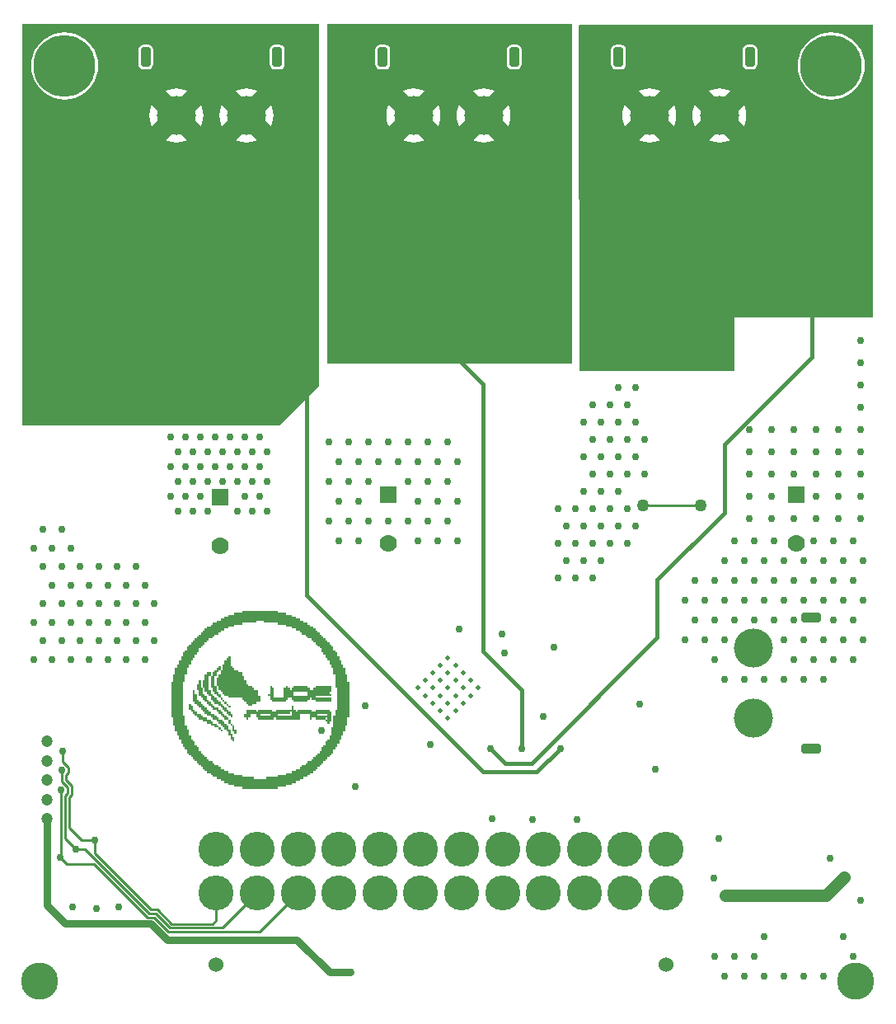
<source format=gbr>
%TF.GenerationSoftware,Altium Limited,Altium Designer,19.0.10 (269)*%
G04 Layer_Physical_Order=4*
G04 Layer_Color=16711680*
%FSLAX26Y26*%
%MOIN*%
%TF.FileFunction,Copper,L4,Bot,Signal*%
%TF.Part,Single*%
G01*
G75*
%TA.AperFunction,Conductor*%
%ADD29C,0.010000*%
%ADD31C,0.015000*%
%ADD32C,0.030000*%
%ADD33C,0.050000*%
%TA.AperFunction,ComponentPad*%
%ADD36C,0.047244*%
%TA.AperFunction,ViaPad*%
%ADD37C,0.150000*%
%ADD38C,0.250000*%
%TA.AperFunction,ComponentPad*%
G04:AMPARAMS|DCode=39|XSize=39.37mil|YSize=78.74mil|CornerRadius=9.842mil|HoleSize=0mil|Usage=FLASHONLY|Rotation=0.000|XOffset=0mil|YOffset=0mil|HoleType=Round|Shape=RoundedRectangle|*
%AMROUNDEDRECTD39*
21,1,0.039370,0.059055,0,0,0.0*
21,1,0.019685,0.078740,0,0,0.0*
1,1,0.019685,0.009843,-0.029528*
1,1,0.019685,-0.009843,-0.029528*
1,1,0.019685,-0.009843,0.029528*
1,1,0.019685,0.009843,0.029528*
%
%ADD39ROUNDEDRECTD39*%
%ADD40C,0.157480*%
%ADD41C,0.070000*%
%ADD42R,0.070000X0.070000*%
G04:AMPARAMS|DCode=43|XSize=39.37mil|YSize=78.74mil|CornerRadius=9.842mil|HoleSize=0mil|Usage=FLASHONLY|Rotation=270.000|XOffset=0mil|YOffset=0mil|HoleType=Round|Shape=RoundedRectangle|*
%AMROUNDEDRECTD43*
21,1,0.039370,0.059055,0,0,270.0*
21,1,0.019685,0.078740,0,0,270.0*
1,1,0.019685,-0.029528,-0.009843*
1,1,0.019685,-0.029528,0.009843*
1,1,0.019685,0.029528,0.009843*
1,1,0.019685,0.029528,-0.009843*
%
%ADD43ROUNDEDRECTD43*%
%ADD44C,0.141732*%
%ADD45C,0.060000*%
%TA.AperFunction,ViaPad*%
%ADD46C,0.030000*%
%ADD47C,0.019685*%
%ADD48C,0.050000*%
G36*
X503000Y597000D02*
X-489429D01*
Y1966196D01*
X-486376Y1969742D01*
X503000D01*
Y597000D01*
D02*
G37*
G36*
X1719742Y784000D02*
X1159000D01*
Y566000D01*
X531000D01*
X530009Y1962666D01*
X533543Y1966203D01*
X1719742D01*
Y784000D01*
D02*
G37*
G36*
X-522000Y507000D02*
X-681000Y348000D01*
X-1719742Y348000D01*
Y1969742D01*
X-522000D01*
Y507000D01*
D02*
G37*
G36*
X-687000Y-411000D02*
X-655000D01*
Y-419000D01*
X-631000D01*
Y-427000D01*
X-615000D01*
Y-435000D01*
X-599000D01*
Y-443000D01*
X-583000D01*
Y-451000D01*
X-567000D01*
Y-459000D01*
X-559000D01*
Y-467000D01*
X-543000D01*
Y-475000D01*
X-535000D01*
Y-483000D01*
X-527000D01*
Y-491000D01*
X-519000D01*
Y-499000D01*
X-511000D01*
Y-507000D01*
X-503000D01*
Y-515000D01*
X-495000D01*
Y-523000D01*
X-487000D01*
Y-531000D01*
X-479000D01*
Y-539000D01*
X-471000D01*
Y-547000D01*
X-463000D01*
Y-555000D01*
Y-563000D01*
X-455000D01*
Y-571000D01*
X-447000D01*
Y-579000D01*
Y-587000D01*
X-439000D01*
Y-595000D01*
Y-603000D01*
X-431000D01*
Y-611000D01*
Y-619000D01*
X-423000D01*
Y-627000D01*
Y-635000D01*
X-415000D01*
Y-643000D01*
Y-651000D01*
Y-659000D01*
X-407000D01*
Y-667000D01*
Y-675000D01*
Y-683000D01*
Y-691000D01*
X-399000D01*
Y-699000D01*
Y-707000D01*
Y-715000D01*
Y-723000D01*
Y-731000D01*
Y-739000D01*
Y-747000D01*
Y-755000D01*
Y-763000D01*
Y-771000D01*
Y-779000D01*
Y-787000D01*
Y-795000D01*
Y-803000D01*
Y-811000D01*
Y-819000D01*
Y-827000D01*
Y-835000D01*
X-407000D01*
Y-843000D01*
Y-851000D01*
Y-859000D01*
Y-867000D01*
X-415000D01*
Y-875000D01*
Y-883000D01*
Y-891000D01*
X-423000D01*
Y-899000D01*
Y-907000D01*
X-431000D01*
Y-915000D01*
Y-923000D01*
X-439000D01*
Y-931000D01*
Y-939000D01*
X-447000D01*
Y-947000D01*
Y-955000D01*
X-455000D01*
Y-963000D01*
X-463000D01*
Y-971000D01*
Y-979000D01*
X-471000D01*
Y-987000D01*
X-479000D01*
Y-995000D01*
X-487000D01*
Y-1003000D01*
X-495000D01*
Y-1011000D01*
X-503000D01*
Y-1019000D01*
X-511000D01*
Y-1027000D01*
X-519000D01*
Y-1035000D01*
X-527000D01*
Y-1043000D01*
X-535000D01*
Y-1051000D01*
X-543000D01*
Y-1059000D01*
X-559000D01*
Y-1067000D01*
X-567000D01*
Y-1075000D01*
X-583000D01*
Y-1083000D01*
X-599000D01*
Y-1091000D01*
X-615000D01*
Y-1099000D01*
X-631000D01*
Y-1107000D01*
X-655000D01*
Y-1115000D01*
X-687000D01*
Y-1123000D01*
X-831000D01*
Y-1115000D01*
X-863000D01*
Y-1107000D01*
X-887000D01*
Y-1099000D01*
X-903000D01*
Y-1091000D01*
X-919000D01*
Y-1083000D01*
X-935000D01*
Y-1075000D01*
X-951000D01*
Y-1067000D01*
X-959000D01*
Y-1059000D01*
X-975000D01*
Y-1051000D01*
X-983000D01*
Y-1043000D01*
X-991000D01*
Y-1035000D01*
X-999000D01*
Y-1027000D01*
X-1007000D01*
Y-1019000D01*
X-1015000D01*
Y-1011000D01*
X-1023000D01*
Y-1003000D01*
X-1031000D01*
Y-995000D01*
X-1039000D01*
Y-987000D01*
X-1047000D01*
Y-979000D01*
X-1055000D01*
Y-971000D01*
Y-963000D01*
X-1063000D01*
Y-955000D01*
X-1071000D01*
Y-947000D01*
Y-939000D01*
X-1079000D01*
Y-931000D01*
Y-923000D01*
X-1087000D01*
Y-915000D01*
Y-907000D01*
X-1095000D01*
Y-899000D01*
Y-891000D01*
X-1103000D01*
Y-883000D01*
Y-875000D01*
Y-867000D01*
X-1111000D01*
Y-859000D01*
Y-851000D01*
Y-843000D01*
Y-835000D01*
X-1119000D01*
Y-827000D01*
Y-819000D01*
Y-811000D01*
Y-803000D01*
Y-795000D01*
Y-787000D01*
Y-779000D01*
Y-771000D01*
Y-763000D01*
Y-755000D01*
Y-747000D01*
Y-739000D01*
Y-731000D01*
Y-723000D01*
Y-715000D01*
Y-707000D01*
Y-699000D01*
Y-691000D01*
X-1111000D01*
Y-683000D01*
Y-675000D01*
Y-667000D01*
Y-659000D01*
X-1103000D01*
Y-651000D01*
Y-643000D01*
Y-635000D01*
X-1095000D01*
Y-627000D01*
Y-619000D01*
X-1087000D01*
Y-611000D01*
Y-603000D01*
X-1079000D01*
Y-595000D01*
Y-587000D01*
X-1071000D01*
Y-579000D01*
Y-571000D01*
X-1063000D01*
Y-563000D01*
X-1055000D01*
Y-555000D01*
Y-547000D01*
X-1047000D01*
Y-539000D01*
X-1039000D01*
Y-531000D01*
X-1031000D01*
Y-523000D01*
X-1023000D01*
Y-515000D01*
X-1015000D01*
Y-507000D01*
X-1007000D01*
Y-499000D01*
X-999000D01*
Y-491000D01*
X-991000D01*
Y-483000D01*
X-983000D01*
Y-475000D01*
X-975000D01*
Y-467000D01*
X-959000D01*
Y-459000D01*
X-951000D01*
Y-451000D01*
X-935000D01*
Y-443000D01*
X-919000D01*
Y-435000D01*
X-903000D01*
Y-427000D01*
X-887000D01*
Y-419000D01*
X-863000D01*
Y-411000D01*
X-831000D01*
Y-403000D01*
X-687000D01*
Y-411000D01*
D02*
G37*
%LPC*%
G36*
X278091Y1885979D02*
X258406D01*
X250663Y1884439D01*
X244100Y1880054D01*
X239714Y1873490D01*
X238174Y1865748D01*
Y1806693D01*
X239714Y1798951D01*
X244100Y1792387D01*
X250663Y1788002D01*
X258406Y1786462D01*
X278091D01*
X285833Y1788002D01*
X292396Y1792387D01*
X296782Y1798951D01*
X298322Y1806693D01*
Y1865748D01*
X296782Y1873490D01*
X292396Y1880054D01*
X285833Y1884439D01*
X278091Y1885979D01*
D02*
G37*
G36*
X-253405D02*
X-273091D01*
X-280833Y1884439D01*
X-287396Y1880054D01*
X-291782Y1873490D01*
X-293322Y1865748D01*
Y1806693D01*
X-291782Y1798951D01*
X-287396Y1792387D01*
X-280833Y1788002D01*
X-273091Y1786462D01*
X-253405D01*
X-245663Y1788002D01*
X-239100Y1792387D01*
X-234714Y1798951D01*
X-233174Y1806693D01*
Y1865748D01*
X-234714Y1873490D01*
X-239100Y1880054D01*
X-245663Y1884439D01*
X-253405Y1885979D01*
D02*
G37*
G36*
X144232Y1709076D02*
X127169Y1707733D01*
X110526Y1703738D01*
X101006Y1699795D01*
X144232Y1656569D01*
X187458Y1699795D01*
X177939Y1703738D01*
X161296Y1707733D01*
X144232Y1709076D01*
D02*
G37*
G36*
X-139232D02*
X-156296Y1707733D01*
X-172939Y1703738D01*
X-182458Y1699795D01*
X-139232Y1656569D01*
X-96006Y1699795D01*
X-105526Y1703738D01*
X-122169Y1707733D01*
X-139232Y1709076D01*
D02*
G37*
G36*
X244027Y1643226D02*
X200801Y1600000D01*
X244027Y1556774D01*
X247970Y1566294D01*
X251966Y1582937D01*
X253309Y1600000D01*
X251966Y1617063D01*
X247970Y1633706D01*
X244027Y1643226D01*
D02*
G37*
G36*
X-39438D02*
X-82664Y1600000D01*
X-39438Y1556774D01*
X-35495Y1566294D01*
X-31499Y1582937D01*
X-30156Y1600000D01*
X-31499Y1617063D01*
X-35495Y1633706D01*
X-39438Y1643226D01*
D02*
G37*
G36*
X44438D02*
X40495Y1633706D01*
X36499Y1617063D01*
X35156Y1600000D01*
X36499Y1582937D01*
X40495Y1566294D01*
X44438Y1556774D01*
X87664Y1600000D01*
X44438Y1643226D01*
D02*
G37*
G36*
X-239027D02*
X-242970Y1633706D01*
X-246966Y1617063D01*
X-248309Y1600000D01*
X-246966Y1582937D01*
X-242970Y1566294D01*
X-239027Y1556774D01*
X-195801Y1600000D01*
X-239027Y1643226D01*
D02*
G37*
G36*
X144232Y1543431D02*
X101006Y1500205D01*
X110526Y1496262D01*
X127169Y1492267D01*
X144232Y1490924D01*
X161296Y1492267D01*
X177939Y1496262D01*
X187458Y1500205D01*
X144232Y1543431D01*
D02*
G37*
G36*
X-139232D02*
X-182458Y1500205D01*
X-172939Y1496262D01*
X-156296Y1492267D01*
X-139232Y1490924D01*
X-122169Y1492267D01*
X-105526Y1496262D01*
X-96006Y1500205D01*
X-139232Y1543431D01*
D02*
G37*
G36*
X1231591Y1885979D02*
X1211906D01*
X1204163Y1884439D01*
X1197600Y1880054D01*
X1193214Y1873490D01*
X1191674Y1865748D01*
Y1806693D01*
X1193214Y1798951D01*
X1197600Y1792387D01*
X1204163Y1788002D01*
X1211906Y1786462D01*
X1231591D01*
X1239333Y1788002D01*
X1245896Y1792387D01*
X1250282Y1798951D01*
X1251822Y1806693D01*
Y1865748D01*
X1250282Y1873490D01*
X1245896Y1880054D01*
X1239333Y1884439D01*
X1231591Y1885979D01*
D02*
G37*
G36*
X700095D02*
X680409D01*
X672667Y1884439D01*
X666104Y1880054D01*
X661718Y1873490D01*
X660178Y1865748D01*
Y1806693D01*
X661718Y1798951D01*
X666104Y1792387D01*
X672667Y1788002D01*
X680409Y1786462D01*
X700095D01*
X707837Y1788002D01*
X714400Y1792387D01*
X718786Y1798951D01*
X720326Y1806693D01*
Y1865748D01*
X718786Y1873490D01*
X714400Y1880054D01*
X707837Y1884439D01*
X700095Y1885979D01*
D02*
G37*
G36*
X1550000Y1935417D02*
X1528816Y1933750D01*
X1508154Y1928790D01*
X1488522Y1920658D01*
X1470404Y1909555D01*
X1454245Y1895755D01*
X1440445Y1879596D01*
X1429342Y1861478D01*
X1421210Y1841846D01*
X1416250Y1821184D01*
X1414583Y1800000D01*
X1416250Y1778816D01*
X1421210Y1758154D01*
X1429342Y1738522D01*
X1440445Y1720404D01*
X1454245Y1704245D01*
X1470404Y1690445D01*
X1488522Y1679342D01*
X1508154Y1671210D01*
X1528816Y1666250D01*
X1550000Y1664583D01*
X1571184Y1666250D01*
X1591846Y1671210D01*
X1611478Y1679342D01*
X1629596Y1690445D01*
X1645755Y1704245D01*
X1659555Y1720404D01*
X1670658Y1738522D01*
X1678790Y1758154D01*
X1683750Y1778816D01*
X1685417Y1800000D01*
X1683750Y1821184D01*
X1678790Y1841846D01*
X1670658Y1861478D01*
X1659555Y1879596D01*
X1645755Y1895755D01*
X1629596Y1909555D01*
X1611478Y1920658D01*
X1591846Y1928790D01*
X1571184Y1933750D01*
X1550000Y1935417D01*
D02*
G37*
G36*
X1097732Y1709076D02*
X1080669Y1707733D01*
X1064026Y1703738D01*
X1054506Y1699795D01*
X1097732Y1656569D01*
X1140958Y1699795D01*
X1131439Y1703738D01*
X1114796Y1707733D01*
X1097732Y1709076D01*
D02*
G37*
G36*
X814268D02*
X797204Y1707733D01*
X780561Y1703738D01*
X771042Y1699795D01*
X814268Y1656569D01*
X857494Y1699795D01*
X847974Y1703738D01*
X831331Y1707733D01*
X814268Y1709076D01*
D02*
G37*
G36*
X1197527Y1643226D02*
X1154301Y1600000D01*
X1197527Y1556774D01*
X1201470Y1566294D01*
X1205466Y1582937D01*
X1206809Y1600000D01*
X1205466Y1617063D01*
X1201470Y1633706D01*
X1197527Y1643226D01*
D02*
G37*
G36*
X914062D02*
X870836Y1600000D01*
X914062Y1556774D01*
X918005Y1566294D01*
X922001Y1582937D01*
X923344Y1600000D01*
X922001Y1617063D01*
X918005Y1633706D01*
X914062Y1643226D01*
D02*
G37*
G36*
X997938D02*
X993995Y1633706D01*
X989999Y1617063D01*
X988656Y1600000D01*
X989999Y1582937D01*
X993995Y1566294D01*
X997938Y1556774D01*
X1041164Y1600000D01*
X997938Y1643226D01*
D02*
G37*
G36*
X714473D02*
X710530Y1633706D01*
X706534Y1617063D01*
X705191Y1600000D01*
X706534Y1582937D01*
X710530Y1566294D01*
X714473Y1556774D01*
X757699Y1600000D01*
X714473Y1643226D01*
D02*
G37*
G36*
X1097732Y1543431D02*
X1054506Y1500205D01*
X1064026Y1496262D01*
X1080669Y1492267D01*
X1097732Y1490924D01*
X1114796Y1492267D01*
X1131439Y1496262D01*
X1140958Y1500205D01*
X1097732Y1543431D01*
D02*
G37*
G36*
X814268D02*
X771042Y1500205D01*
X780561Y1496262D01*
X797204Y1492267D01*
X814268Y1490924D01*
X831331Y1492267D01*
X847974Y1496262D01*
X857494Y1500205D01*
X814268Y1543431D01*
D02*
G37*
G36*
X-680409Y1885979D02*
X-700095D01*
X-707837Y1884439D01*
X-714400Y1880054D01*
X-718786Y1873490D01*
X-720326Y1865748D01*
Y1806693D01*
X-718786Y1798951D01*
X-714400Y1792387D01*
X-707837Y1788002D01*
X-700095Y1786462D01*
X-680409D01*
X-672667Y1788002D01*
X-666104Y1792387D01*
X-661718Y1798951D01*
X-660178Y1806693D01*
Y1865748D01*
X-661718Y1873490D01*
X-666104Y1880054D01*
X-672667Y1884439D01*
X-680409Y1885979D01*
D02*
G37*
G36*
X-1211906D02*
X-1231591D01*
X-1239333Y1884439D01*
X-1245896Y1880054D01*
X-1250282Y1873490D01*
X-1251822Y1865748D01*
Y1806693D01*
X-1250282Y1798951D01*
X-1245896Y1792387D01*
X-1239333Y1788002D01*
X-1231591Y1786462D01*
X-1211906D01*
X-1204163Y1788002D01*
X-1197600Y1792387D01*
X-1193214Y1798951D01*
X-1191674Y1806693D01*
Y1865748D01*
X-1193214Y1873490D01*
X-1197600Y1880054D01*
X-1204163Y1884439D01*
X-1211906Y1885979D01*
D02*
G37*
G36*
X-1550000Y1935417D02*
X-1571184Y1933750D01*
X-1591846Y1928790D01*
X-1611478Y1920658D01*
X-1629596Y1909555D01*
X-1645755Y1895755D01*
X-1659555Y1879596D01*
X-1670658Y1861478D01*
X-1678790Y1841846D01*
X-1683750Y1821184D01*
X-1685417Y1800000D01*
X-1683750Y1778816D01*
X-1678790Y1758154D01*
X-1670658Y1738522D01*
X-1659555Y1720404D01*
X-1645755Y1704245D01*
X-1629596Y1690445D01*
X-1611478Y1679342D01*
X-1591846Y1671210D01*
X-1571184Y1666250D01*
X-1550000Y1664583D01*
X-1528816Y1666250D01*
X-1508154Y1671210D01*
X-1488522Y1679342D01*
X-1470404Y1690445D01*
X-1454245Y1704245D01*
X-1440445Y1720404D01*
X-1429342Y1738522D01*
X-1421210Y1758154D01*
X-1416250Y1778816D01*
X-1414583Y1800000D01*
X-1416250Y1821184D01*
X-1421210Y1841846D01*
X-1429342Y1861478D01*
X-1440445Y1879596D01*
X-1454245Y1895755D01*
X-1470404Y1909555D01*
X-1488522Y1920658D01*
X-1508154Y1928790D01*
X-1528816Y1933750D01*
X-1550000Y1935417D01*
D02*
G37*
G36*
X-814268Y1709076D02*
X-831331Y1707733D01*
X-847974Y1703738D01*
X-857494Y1699795D01*
X-814268Y1656569D01*
X-771042Y1699795D01*
X-780561Y1703738D01*
X-797204Y1707733D01*
X-814268Y1709076D01*
D02*
G37*
G36*
X-1097732D02*
X-1114796Y1707733D01*
X-1131439Y1703738D01*
X-1140958Y1699795D01*
X-1097732Y1656569D01*
X-1054506Y1699795D01*
X-1064026Y1703738D01*
X-1080669Y1707733D01*
X-1097732Y1709076D01*
D02*
G37*
G36*
X-714473Y1643226D02*
X-757699Y1600000D01*
X-714473Y1556774D01*
X-710530Y1566294D01*
X-706534Y1582937D01*
X-705191Y1600000D01*
X-706534Y1617063D01*
X-710530Y1633706D01*
X-714473Y1643226D01*
D02*
G37*
G36*
X-997938D02*
X-1041164Y1600000D01*
X-997938Y1556774D01*
X-993995Y1566294D01*
X-989999Y1582937D01*
X-988656Y1600000D01*
X-989999Y1617063D01*
X-993995Y1633706D01*
X-997938Y1643226D01*
D02*
G37*
G36*
X-914062D02*
X-918005Y1633706D01*
X-922001Y1617063D01*
X-923344Y1600000D01*
X-922001Y1582937D01*
X-918005Y1566294D01*
X-914062Y1556774D01*
X-870836Y1600000D01*
X-914062Y1643226D01*
D02*
G37*
G36*
X-1197527D02*
X-1201470Y1633706D01*
X-1205466Y1617063D01*
X-1206809Y1600000D01*
X-1205466Y1582937D01*
X-1201470Y1566294D01*
X-1197527Y1556774D01*
X-1154301Y1600000D01*
X-1197527Y1643226D01*
D02*
G37*
G36*
X-814268Y1543431D02*
X-857494Y1500205D01*
X-847974Y1496262D01*
X-831331Y1492267D01*
X-814268Y1490924D01*
X-797204Y1492267D01*
X-780561Y1496262D01*
X-771042Y1500205D01*
X-814268Y1543431D01*
D02*
G37*
G36*
X-1097732D02*
X-1140958Y1500205D01*
X-1131439Y1496262D01*
X-1114796Y1492267D01*
X-1097732Y1490924D01*
X-1080669Y1492267D01*
X-1064026Y1496262D01*
X-1054506Y1500205D01*
X-1097732Y1543431D01*
D02*
G37*
G36*
X-743000Y-443000D02*
X-775000D01*
Y-451000D01*
X-831000D01*
Y-459000D01*
X-863000D01*
Y-467000D01*
X-887000D01*
Y-475000D01*
X-903000D01*
Y-483000D01*
X-919000D01*
Y-491000D01*
X-927000D01*
Y-499000D01*
X-943000D01*
Y-507000D01*
X-951000D01*
Y-515000D01*
X-967000D01*
Y-523000D01*
X-975000D01*
Y-531000D01*
X-983000D01*
Y-539000D01*
X-991000D01*
Y-547000D01*
X-999000D01*
Y-555000D01*
X-1007000D01*
Y-563000D01*
Y-571000D01*
X-1015000D01*
Y-579000D01*
X-1023000D01*
Y-587000D01*
Y-595000D01*
X-1031000D01*
Y-603000D01*
X-1039000D01*
Y-611000D01*
Y-619000D01*
X-1047000D01*
Y-627000D01*
Y-635000D01*
X-1055000D01*
Y-643000D01*
Y-651000D01*
Y-659000D01*
X-1063000D01*
Y-667000D01*
Y-675000D01*
Y-683000D01*
Y-691000D01*
X-1071000D01*
Y-699000D01*
Y-707000D01*
Y-715000D01*
Y-723000D01*
Y-731000D01*
Y-739000D01*
Y-747000D01*
Y-755000D01*
Y-763000D01*
Y-771000D01*
Y-779000D01*
Y-787000D01*
Y-795000D01*
Y-803000D01*
Y-811000D01*
Y-819000D01*
Y-827000D01*
X-1063000D01*
Y-835000D01*
Y-843000D01*
Y-851000D01*
Y-859000D01*
Y-867000D01*
X-1055000D01*
Y-875000D01*
Y-883000D01*
X-1047000D01*
Y-891000D01*
Y-899000D01*
Y-907000D01*
X-1039000D01*
Y-915000D01*
Y-923000D01*
X-1031000D01*
Y-931000D01*
X-1023000D01*
Y-939000D01*
Y-947000D01*
X-1015000D01*
Y-955000D01*
X-1007000D01*
Y-963000D01*
Y-971000D01*
X-999000D01*
Y-979000D01*
X-991000D01*
Y-987000D01*
X-983000D01*
Y-995000D01*
X-975000D01*
Y-1003000D01*
X-967000D01*
Y-1011000D01*
X-951000D01*
Y-1019000D01*
X-943000D01*
Y-1027000D01*
X-927000D01*
Y-1035000D01*
X-919000D01*
Y-1043000D01*
X-903000D01*
Y-1051000D01*
X-887000D01*
Y-1059000D01*
X-863000D01*
Y-1067000D01*
X-831000D01*
Y-1075000D01*
X-783000D01*
Y-1083000D01*
X-735000D01*
Y-1075000D01*
X-687000D01*
Y-1067000D01*
X-655000D01*
Y-1059000D01*
X-631000D01*
Y-1051000D01*
X-615000D01*
Y-1043000D01*
X-599000D01*
Y-1035000D01*
X-591000D01*
Y-1027000D01*
X-575000D01*
Y-1019000D01*
X-567000D01*
Y-1011000D01*
X-551000D01*
Y-1003000D01*
X-543000D01*
Y-995000D01*
X-535000D01*
Y-987000D01*
X-527000D01*
Y-979000D01*
X-519000D01*
Y-971000D01*
X-511000D01*
Y-963000D01*
Y-955000D01*
X-503000D01*
Y-947000D01*
X-495000D01*
Y-939000D01*
Y-931000D01*
X-487000D01*
Y-923000D01*
X-479000D01*
Y-915000D01*
Y-907000D01*
X-471000D01*
Y-899000D01*
Y-891000D01*
Y-883000D01*
Y-875000D01*
X-463000D01*
Y-867000D01*
Y-859000D01*
Y-851000D01*
Y-843000D01*
Y-835000D01*
Y-827000D01*
X-455000D01*
Y-819000D01*
Y-811000D01*
Y-803000D01*
X-447000D01*
Y-795000D01*
Y-787000D01*
Y-779000D01*
Y-771000D01*
Y-763000D01*
Y-755000D01*
Y-747000D01*
Y-739000D01*
Y-731000D01*
Y-723000D01*
Y-715000D01*
X-455000D01*
Y-707000D01*
Y-699000D01*
Y-691000D01*
Y-683000D01*
Y-675000D01*
Y-667000D01*
Y-659000D01*
X-463000D01*
Y-651000D01*
Y-643000D01*
Y-635000D01*
X-471000D01*
Y-627000D01*
Y-619000D01*
X-479000D01*
Y-611000D01*
Y-603000D01*
X-487000D01*
Y-595000D01*
X-495000D01*
Y-587000D01*
Y-579000D01*
X-503000D01*
Y-571000D01*
X-511000D01*
Y-563000D01*
Y-555000D01*
X-519000D01*
Y-547000D01*
X-527000D01*
Y-539000D01*
X-535000D01*
Y-531000D01*
X-543000D01*
Y-523000D01*
X-551000D01*
Y-515000D01*
X-567000D01*
Y-507000D01*
X-575000D01*
Y-499000D01*
X-591000D01*
Y-491000D01*
X-599000D01*
Y-483000D01*
X-615000D01*
Y-475000D01*
X-631000D01*
Y-467000D01*
X-655000D01*
Y-459000D01*
X-687000D01*
Y-451000D01*
X-743000D01*
Y-443000D01*
D02*
G37*
%LPD*%
G36*
X-879000Y-595000D02*
Y-603000D01*
Y-611000D01*
Y-619000D01*
Y-627000D01*
X-871000D01*
Y-635000D01*
X-863000D01*
Y-643000D01*
X-847000D01*
Y-651000D01*
X-831000D01*
Y-659000D01*
Y-667000D01*
X-823000D01*
Y-675000D01*
Y-683000D01*
X-815000D01*
Y-691000D01*
Y-699000D01*
X-807000D01*
Y-707000D01*
X-791000D01*
Y-715000D01*
X-783000D01*
Y-723000D01*
X-767000D01*
Y-731000D01*
Y-739000D01*
Y-747000D01*
X-759000D01*
Y-755000D01*
Y-763000D01*
Y-771000D01*
X-775000D01*
Y-779000D01*
X-791000D01*
Y-787000D01*
X-807000D01*
Y-779000D01*
X-815000D01*
Y-771000D01*
X-823000D01*
Y-763000D01*
X-831000D01*
Y-755000D01*
X-887000D01*
Y-747000D01*
X-903000D01*
Y-739000D01*
X-911000D01*
Y-731000D01*
X-919000D01*
Y-723000D01*
X-927000D01*
Y-715000D01*
Y-707000D01*
X-935000D01*
Y-699000D01*
Y-691000D01*
Y-683000D01*
Y-675000D01*
X-927000D01*
Y-667000D01*
Y-659000D01*
X-919000D01*
Y-651000D01*
Y-643000D01*
X-927000D01*
Y-651000D01*
X-935000D01*
Y-659000D01*
Y-667000D01*
X-943000D01*
Y-675000D01*
Y-683000D01*
Y-691000D01*
Y-699000D01*
Y-707000D01*
X-935000D01*
Y-715000D01*
Y-723000D01*
Y-731000D01*
X-927000D01*
Y-739000D01*
X-919000D01*
Y-747000D01*
Y-755000D01*
X-911000D01*
Y-763000D01*
X-903000D01*
Y-771000D01*
X-895000D01*
Y-779000D01*
X-887000D01*
Y-787000D01*
X-879000D01*
Y-795000D01*
X-887000D01*
Y-787000D01*
X-895000D01*
Y-779000D01*
X-903000D01*
Y-771000D01*
X-911000D01*
Y-763000D01*
X-919000D01*
Y-755000D01*
X-927000D01*
Y-747000D01*
X-935000D01*
Y-739000D01*
X-943000D01*
Y-731000D01*
X-951000D01*
Y-723000D01*
Y-715000D01*
X-959000D01*
Y-707000D01*
Y-699000D01*
Y-691000D01*
Y-683000D01*
Y-675000D01*
Y-667000D01*
X-967000D01*
Y-675000D01*
Y-683000D01*
Y-691000D01*
Y-699000D01*
Y-707000D01*
Y-715000D01*
Y-723000D01*
X-959000D01*
Y-731000D01*
Y-739000D01*
X-951000D01*
Y-747000D01*
X-943000D01*
Y-755000D01*
X-935000D01*
Y-763000D01*
X-927000D01*
Y-771000D01*
X-919000D01*
Y-779000D01*
X-911000D01*
Y-787000D01*
X-903000D01*
Y-795000D01*
X-895000D01*
Y-803000D01*
X-887000D01*
Y-811000D01*
X-879000D01*
Y-819000D01*
X-871000D01*
Y-827000D01*
Y-835000D01*
X-879000D01*
Y-827000D01*
X-887000D01*
Y-819000D01*
X-895000D01*
Y-811000D01*
X-903000D01*
Y-803000D01*
X-911000D01*
Y-795000D01*
X-919000D01*
Y-787000D01*
X-927000D01*
Y-779000D01*
X-943000D01*
Y-771000D01*
X-951000D01*
Y-763000D01*
X-959000D01*
Y-755000D01*
Y-747000D01*
X-967000D01*
Y-739000D01*
X-975000D01*
Y-731000D01*
X-983000D01*
Y-723000D01*
Y-715000D01*
X-991000D01*
Y-707000D01*
Y-699000D01*
Y-691000D01*
Y-683000D01*
X-983000D01*
Y-675000D01*
Y-667000D01*
Y-659000D01*
X-975000D01*
Y-651000D01*
X-959000D01*
Y-659000D01*
Y-667000D01*
X-951000D01*
Y-659000D01*
Y-651000D01*
X-943000D01*
Y-643000D01*
X-935000D01*
Y-635000D01*
X-927000D01*
Y-627000D01*
X-919000D01*
Y-635000D01*
Y-643000D01*
X-911000D01*
Y-635000D01*
Y-627000D01*
Y-619000D01*
X-903000D01*
Y-611000D01*
Y-603000D01*
X-895000D01*
Y-595000D01*
X-887000D01*
Y-587000D01*
X-879000D01*
Y-595000D01*
D02*
G37*
G36*
X-471000Y-715000D02*
Y-723000D01*
Y-731000D01*
X-479000D01*
Y-739000D01*
X-471000D01*
Y-747000D01*
X-535000D01*
Y-755000D01*
X-471000D01*
Y-763000D01*
Y-771000D01*
X-535000D01*
Y-763000D01*
X-551000D01*
Y-755000D01*
X-559000D01*
Y-763000D01*
X-567000D01*
Y-771000D01*
X-623000D01*
Y-763000D01*
X-631000D01*
Y-755000D01*
X-647000D01*
Y-763000D01*
X-655000D01*
Y-771000D01*
X-711000D01*
Y-763000D01*
X-719000D01*
Y-755000D01*
Y-747000D01*
X-727000D01*
Y-739000D01*
X-719000D01*
Y-731000D01*
Y-723000D01*
Y-715000D01*
Y-707000D01*
X-711000D01*
Y-715000D01*
X-703000D01*
Y-723000D01*
Y-731000D01*
Y-739000D01*
Y-747000D01*
Y-755000D01*
X-663000D01*
Y-747000D01*
Y-739000D01*
Y-731000D01*
Y-723000D01*
Y-715000D01*
X-655000D01*
Y-707000D01*
X-647000D01*
Y-715000D01*
X-639000D01*
Y-723000D01*
X-631000D01*
Y-715000D01*
X-623000D01*
Y-707000D01*
X-567000D01*
Y-715000D01*
X-559000D01*
Y-723000D01*
X-543000D01*
Y-715000D01*
X-535000D01*
Y-707000D01*
X-471000D01*
Y-715000D01*
D02*
G37*
G36*
X-623000Y-795000D02*
Y-803000D01*
X-615000D01*
Y-811000D01*
X-607000D01*
Y-803000D01*
X-551000D01*
Y-811000D01*
X-535000D01*
Y-803000D01*
X-479000D01*
Y-811000D01*
X-471000D01*
Y-819000D01*
Y-827000D01*
Y-835000D01*
Y-843000D01*
Y-851000D01*
X-479000D01*
Y-859000D01*
X-487000D01*
Y-851000D01*
X-495000D01*
Y-843000D01*
X-535000D01*
Y-835000D01*
X-551000D01*
Y-843000D01*
X-559000D01*
Y-835000D01*
Y-827000D01*
Y-819000D01*
X-599000D01*
Y-827000D01*
Y-835000D01*
Y-843000D01*
X-695000D01*
Y-835000D01*
X-703000D01*
Y-843000D01*
X-767000D01*
Y-835000D01*
X-775000D01*
Y-827000D01*
Y-819000D01*
X-799000D01*
Y-827000D01*
Y-835000D01*
X-807000D01*
Y-843000D01*
X-815000D01*
Y-835000D01*
X-823000D01*
Y-827000D01*
Y-819000D01*
X-815000D01*
Y-811000D01*
Y-803000D01*
X-775000D01*
Y-811000D01*
X-767000D01*
Y-803000D01*
X-711000D01*
Y-811000D01*
X-695000D01*
Y-803000D01*
X-631000D01*
Y-795000D01*
Y-787000D01*
X-623000D01*
Y-795000D01*
D02*
G37*
G36*
X-1039000Y-787000D02*
X-1031000D01*
Y-795000D01*
Y-803000D01*
X-1023000D01*
Y-811000D01*
X-1015000D01*
Y-819000D01*
X-999000D01*
Y-827000D01*
X-991000D01*
Y-835000D01*
X-975000D01*
Y-843000D01*
X-959000D01*
Y-851000D01*
X-951000D01*
Y-859000D01*
X-935000D01*
Y-867000D01*
X-927000D01*
Y-875000D01*
X-919000D01*
Y-883000D01*
X-911000D01*
Y-891000D01*
X-919000D01*
Y-883000D01*
X-927000D01*
Y-875000D01*
X-943000D01*
Y-867000D01*
X-959000D01*
Y-859000D01*
X-975000D01*
Y-851000D01*
X-991000D01*
Y-843000D01*
X-1007000D01*
Y-835000D01*
X-1015000D01*
Y-827000D01*
X-1023000D01*
Y-819000D01*
X-1031000D01*
Y-811000D01*
X-1039000D01*
Y-803000D01*
X-1047000D01*
Y-795000D01*
Y-787000D01*
Y-779000D01*
X-1039000D01*
Y-787000D01*
D02*
G37*
G36*
X-999000Y-691000D02*
Y-699000D01*
Y-707000D01*
Y-715000D01*
X-991000D01*
Y-723000D01*
Y-731000D01*
Y-739000D01*
X-983000D01*
Y-747000D01*
X-975000D01*
Y-755000D01*
Y-763000D01*
X-967000D01*
Y-771000D01*
X-959000D01*
Y-779000D01*
X-951000D01*
Y-787000D01*
X-943000D01*
Y-795000D01*
X-927000D01*
Y-803000D01*
X-919000D01*
Y-811000D01*
X-911000D01*
Y-819000D01*
X-903000D01*
Y-827000D01*
X-895000D01*
Y-835000D01*
X-887000D01*
Y-843000D01*
X-879000D01*
Y-851000D01*
Y-859000D01*
X-871000D01*
Y-867000D01*
X-863000D01*
Y-875000D01*
Y-883000D01*
X-855000D01*
Y-891000D01*
Y-899000D01*
X-863000D01*
Y-891000D01*
X-871000D01*
Y-883000D01*
Y-875000D01*
Y-867000D01*
X-879000D01*
Y-859000D01*
X-887000D01*
Y-851000D01*
Y-843000D01*
X-903000D01*
Y-835000D01*
X-911000D01*
Y-827000D01*
X-919000D01*
Y-819000D01*
X-927000D01*
Y-811000D01*
X-935000D01*
Y-803000D01*
X-951000D01*
Y-795000D01*
X-959000D01*
Y-787000D01*
X-967000D01*
Y-779000D01*
X-975000D01*
Y-771000D01*
X-983000D01*
Y-763000D01*
X-991000D01*
Y-755000D01*
X-999000D01*
Y-747000D01*
X-1007000D01*
Y-739000D01*
Y-731000D01*
Y-723000D01*
X-1015000D01*
Y-715000D01*
Y-707000D01*
Y-699000D01*
X-1007000D01*
Y-691000D01*
Y-683000D01*
X-999000D01*
Y-691000D01*
D02*
G37*
G36*
X-1023000Y-731000D02*
Y-739000D01*
X-1015000D01*
Y-747000D01*
Y-755000D01*
Y-763000D01*
X-1007000D01*
Y-771000D01*
X-999000D01*
Y-779000D01*
X-991000D01*
Y-787000D01*
X-983000D01*
Y-795000D01*
X-975000D01*
Y-803000D01*
X-967000D01*
Y-811000D01*
X-959000D01*
Y-819000D01*
X-943000D01*
Y-827000D01*
X-935000D01*
Y-835000D01*
X-927000D01*
Y-843000D01*
X-911000D01*
Y-851000D01*
X-903000D01*
Y-859000D01*
X-895000D01*
Y-867000D01*
X-887000D01*
Y-875000D01*
Y-883000D01*
X-879000D01*
Y-891000D01*
Y-899000D01*
X-871000D01*
Y-907000D01*
Y-915000D01*
X-863000D01*
Y-923000D01*
Y-931000D01*
X-871000D01*
Y-923000D01*
X-879000D01*
Y-915000D01*
Y-907000D01*
X-887000D01*
Y-899000D01*
Y-891000D01*
X-895000D01*
Y-883000D01*
X-903000D01*
Y-875000D01*
X-911000D01*
Y-867000D01*
X-919000D01*
Y-859000D01*
X-927000D01*
Y-851000D01*
X-935000D01*
Y-843000D01*
X-951000D01*
Y-835000D01*
X-959000D01*
Y-827000D01*
X-975000D01*
Y-819000D01*
X-983000D01*
Y-811000D01*
X-991000D01*
Y-803000D01*
X-999000D01*
Y-795000D01*
X-1007000D01*
Y-787000D01*
X-1015000D01*
Y-779000D01*
X-1023000D01*
Y-771000D01*
X-1031000D01*
Y-763000D01*
Y-755000D01*
Y-747000D01*
Y-739000D01*
Y-731000D01*
Y-723000D01*
X-1023000D01*
Y-731000D01*
D02*
G37*
%LPC*%
G36*
X-567000D02*
X-623000D01*
Y-739000D01*
Y-747000D01*
X-567000D01*
Y-739000D01*
Y-731000D01*
D02*
G37*
G36*
X-487000Y-819000D02*
X-527000D01*
Y-827000D01*
X-487000D01*
Y-819000D01*
D02*
G37*
G36*
X-631000Y-811000D02*
X-639000D01*
Y-819000D01*
X-687000D01*
Y-827000D01*
X-631000D01*
Y-819000D01*
Y-811000D01*
D02*
G37*
G36*
X-719000Y-819000D02*
X-759000D01*
Y-827000D01*
X-719000D01*
Y-819000D01*
D02*
G37*
G36*
X-487000Y-835000D02*
X-495000D01*
Y-843000D01*
X-487000D01*
Y-835000D01*
D02*
G37*
%LPD*%
D29*
X-1532495Y-1279877D02*
X-1482373Y-1330000D01*
X-1429485D01*
X-1427686Y-1331799D01*
Y-1384686D02*
Y-1331799D01*
X-1503550Y-1367835D02*
X-1467165D01*
X-1208976Y-1626024D01*
X-1548495Y-1322889D02*
X-1503550Y-1367835D01*
X-1208976Y-1626024D02*
X-1182603D01*
X-1567000Y-1400000D02*
X-1540417Y-1426583D01*
X-1567000Y-1400000D02*
X-1564495Y-1397495D01*
X-1427686Y-1384686D02*
X-1202348Y-1610024D01*
X-1564495Y-1397495D02*
Y-1128000D01*
X-1540417Y-1426583D02*
X-1431045D01*
X-1189230Y-1642024D02*
X-1130255Y-1701000D01*
X-1215603Y-1642024D02*
X-1189230D01*
X-1431045Y-1426583D02*
X-1215603Y-1642024D01*
X-1558024Y-1014695D02*
X-1536000Y-1036719D01*
X-1558024Y-1014695D02*
Y-969000D01*
X-1546000Y-1087098D02*
X-1522495Y-1110603D01*
X-1546000Y-1087098D02*
Y-1068258D01*
X-1536000Y-1058258D01*
Y-1036719D01*
X-1202348Y-1610024D02*
X-1175976D01*
X-1532495Y-1279877D02*
Y-1155397D01*
X-1522495Y-1145397D01*
Y-1110603D01*
X-1548495Y-1322889D02*
Y-1148770D01*
X-1562000Y-1093726D02*
X-1538495Y-1117230D01*
X-1562000Y-1093726D02*
Y-1047488D01*
X-1548495Y-1148770D02*
X-1538495Y-1138770D01*
Y-1117230D01*
X-1182603Y-1626024D02*
X-1123627Y-1685000D01*
X-762063Y-1701000D02*
X-606063Y-1545000D01*
X-1130255Y-1701000D02*
X-762063D01*
X-1123627Y-1685000D02*
X-911417D01*
X-771417Y-1545000D01*
X-936772Y-1653772D02*
Y-1545000D01*
X-952000Y-1669000D02*
X-936772Y-1653772D01*
X-1117000Y-1669000D02*
X-952000D01*
X-1175976Y-1610024D02*
X-1117000Y-1669000D01*
X1020000Y23000D02*
X1021000D01*
X1019000Y22000D02*
X1020000Y23000D01*
X790000Y22000D02*
X1019000D01*
D31*
X1118000Y268305D02*
X1473000Y623305D01*
X1118000Y-6551D02*
Y268305D01*
X1473000Y623305D02*
Y1205000D01*
X846551Y-278000D02*
X1118000Y-6551D01*
X846551Y-511449D02*
Y-278000D01*
X338000Y-1020000D02*
X846551Y-511449D01*
X230504Y-1020000D02*
X338000D01*
X172000Y-961496D02*
X230504Y-1020000D01*
X142674Y-568000D02*
X298000Y-723326D01*
X142674Y-568000D02*
Y513707D01*
X298000Y-961496D02*
Y-723326D01*
X2382Y1237382D02*
X11000Y1246000D01*
X2382Y654000D02*
Y1237382D01*
Y654000D02*
X142674Y513707D01*
X-570000Y-341945D02*
Y1356000D01*
Y-341945D02*
X143055Y-1055000D01*
X358528D01*
X454528Y-959000D01*
D32*
X-478000Y-1865000D02*
X-394000D01*
X-610000Y-1733000D02*
X-478000Y-1865000D01*
X-1548976Y-1668024D02*
X-1200000D01*
X-1622000Y-1595000D02*
X-1548976Y-1668024D01*
X-1622000Y-1595000D02*
Y-1244961D01*
X-1135024Y-1733000D02*
X-610000D01*
X-1200000Y-1668024D02*
X-1135024Y-1733000D01*
D33*
X1528000Y-1555000D02*
X1602000Y-1481000D01*
X1122000Y-1555000D02*
X1528000D01*
D36*
X-1622000Y-1008740D02*
D03*
Y-930000D02*
D03*
Y-1087480D02*
D03*
Y-1166220D02*
D03*
Y-1244961D02*
D03*
D37*
X1650000Y-1900000D02*
D03*
X-1650000D02*
D03*
D38*
X1550000Y1800000D02*
D03*
X-1550000D02*
D03*
D39*
X-690252Y1836220D02*
D03*
X-1221748D02*
D03*
X268248D02*
D03*
X-263248D02*
D03*
X1221748D02*
D03*
X690252D02*
D03*
D40*
X-814268Y1600000D02*
D03*
X-1097732D02*
D03*
X144232D02*
D03*
X-139232D02*
D03*
X1097732D02*
D03*
X814268D02*
D03*
X1233780Y-837480D02*
D03*
Y-554016D02*
D03*
D41*
X-920000Y-141851D02*
D03*
X-240000Y-131851D02*
D03*
X1410000D02*
D03*
D42*
X-920000Y55000D02*
D03*
X-240000Y65000D02*
D03*
X1410000D02*
D03*
D43*
X1470000Y-961496D02*
D03*
Y-430000D02*
D03*
D44*
X882189Y-1545000D02*
D03*
Y-1367835D02*
D03*
X-440646D02*
D03*
Y-1545000D02*
D03*
X-275291Y-1367835D02*
D03*
Y-1545000D02*
D03*
X-109937Y-1367835D02*
D03*
Y-1545000D02*
D03*
X55417Y-1367835D02*
D03*
Y-1545000D02*
D03*
X220772Y-1367835D02*
D03*
Y-1545000D02*
D03*
X386126Y-1367835D02*
D03*
Y-1545000D02*
D03*
X551480Y-1367835D02*
D03*
Y-1545000D02*
D03*
X716835Y-1367835D02*
D03*
Y-1545000D02*
D03*
X-606000Y-1367835D02*
D03*
Y-1545000D02*
D03*
X-771354D02*
D03*
Y-1367835D02*
D03*
X-936709Y-1545000D02*
D03*
Y-1367835D02*
D03*
D45*
Y-1832402D02*
D03*
X882189D02*
D03*
D46*
X386126Y-829000D02*
D03*
X-760000Y300000D02*
D03*
X-730000Y240000D02*
D03*
X-760000Y180000D02*
D03*
X-730000Y120000D02*
D03*
X-760000Y60000D02*
D03*
X-730000Y0D02*
D03*
X-820000Y300000D02*
D03*
X-790000Y240000D02*
D03*
X-820000Y180000D02*
D03*
X-790000Y120000D02*
D03*
X-820000Y60000D02*
D03*
X-790000Y0D02*
D03*
X-880000Y300000D02*
D03*
X-850000Y240000D02*
D03*
X-880000Y180000D02*
D03*
X-850000Y120000D02*
D03*
Y0D02*
D03*
X-940000Y300000D02*
D03*
X-910000Y240000D02*
D03*
X-940000Y180000D02*
D03*
X-910000Y120000D02*
D03*
X-1000000Y300000D02*
D03*
X-970000Y240000D02*
D03*
X-1000000Y180000D02*
D03*
X-970000Y120000D02*
D03*
X-1000000Y60000D02*
D03*
X-970000Y0D02*
D03*
X-1060000Y300000D02*
D03*
X-1030000Y240000D02*
D03*
X-1060000Y180000D02*
D03*
X-1030000Y120000D02*
D03*
X-1060000Y60000D02*
D03*
X-1030000Y0D02*
D03*
X-1120000Y300000D02*
D03*
X-1090000Y240000D02*
D03*
X-1120000Y180000D02*
D03*
X-1090000Y120000D02*
D03*
X-1120000Y60000D02*
D03*
X-1090000Y0D02*
D03*
X-1225000Y-300000D02*
D03*
X-1187500Y-375000D02*
D03*
X-1225000Y-450000D02*
D03*
X-1187500Y-525000D02*
D03*
X-1225000Y-600000D02*
D03*
X-1262500Y-225000D02*
D03*
X-1300000Y-300000D02*
D03*
X-1262500Y-375000D02*
D03*
X-1300000Y-450000D02*
D03*
X-1262500Y-525000D02*
D03*
X-1300000Y-600000D02*
D03*
X-1337500Y-225000D02*
D03*
X-1375000Y-300000D02*
D03*
X-1337500Y-375000D02*
D03*
X-1375000Y-450000D02*
D03*
X-1337500Y-525000D02*
D03*
X-1375000Y-600000D02*
D03*
X-1412500Y-225000D02*
D03*
X-1450000Y-300000D02*
D03*
X-1412500Y-375000D02*
D03*
X-1450000Y-450000D02*
D03*
X-1412500Y-525000D02*
D03*
X-1450000Y-600000D02*
D03*
X-1525000Y-150000D02*
D03*
X-1487500Y-225000D02*
D03*
X-1525000Y-300000D02*
D03*
X-1487500Y-375000D02*
D03*
X-1525000Y-450000D02*
D03*
X-1487500Y-525000D02*
D03*
X-1525000Y-600000D02*
D03*
X-1562500Y-75000D02*
D03*
X-1600000Y-150000D02*
D03*
X-1562500Y-225000D02*
D03*
X-1600000Y-300000D02*
D03*
X-1562500Y-375000D02*
D03*
X-1600000Y-450000D02*
D03*
X-1562500Y-525000D02*
D03*
X-1600000Y-600000D02*
D03*
X-1637500Y-75000D02*
D03*
X-1675000Y-150000D02*
D03*
X-1637500Y-225000D02*
D03*
Y-375000D02*
D03*
X-1675000Y-450000D02*
D03*
X-1637500Y-525000D02*
D03*
X-1675000Y-600000D02*
D03*
X1600000Y-1720000D02*
D03*
X1640000Y-1800000D02*
D03*
X1520000Y-1880000D02*
D03*
X1440000D02*
D03*
X1360000D02*
D03*
X1280000Y-1720000D02*
D03*
Y-1880000D02*
D03*
X1240000Y-1800000D02*
D03*
X1200000Y-1880000D02*
D03*
X1160000Y-1800000D02*
D03*
X1120000Y-1880000D02*
D03*
X1080000Y-1800000D02*
D03*
X1680000Y-200000D02*
D03*
Y-360000D02*
D03*
Y-520000D02*
D03*
X1640000Y-120000D02*
D03*
X1600000Y-200000D02*
D03*
X1640000Y-280000D02*
D03*
X1600000Y-360000D02*
D03*
X1640000Y-440000D02*
D03*
X1600000Y-520000D02*
D03*
X1640000Y-600000D02*
D03*
X1560000Y-120000D02*
D03*
X1520000Y-200000D02*
D03*
X1560000Y-280000D02*
D03*
X1520000Y-360000D02*
D03*
X1560000Y-440000D02*
D03*
X1520000Y-520000D02*
D03*
X1560000Y-600000D02*
D03*
X1520000Y-680000D02*
D03*
X1480000Y-120000D02*
D03*
X1440000Y-200000D02*
D03*
X1480000Y-280000D02*
D03*
X1440000Y-360000D02*
D03*
Y-520000D02*
D03*
X1480000Y-600000D02*
D03*
X1440000Y-680000D02*
D03*
X1360000Y-200000D02*
D03*
X1400000Y-280000D02*
D03*
X1360000Y-360000D02*
D03*
X1400000Y-440000D02*
D03*
X1360000Y-520000D02*
D03*
X1400000Y-600000D02*
D03*
X1360000Y-680000D02*
D03*
X1320000Y-120000D02*
D03*
X1280000Y-200000D02*
D03*
X1320000Y-280000D02*
D03*
X1280000Y-360000D02*
D03*
X1320000Y-440000D02*
D03*
X1280000Y-680000D02*
D03*
X1240000Y-120000D02*
D03*
X1200000Y-200000D02*
D03*
X1240000Y-280000D02*
D03*
X1200000Y-360000D02*
D03*
X1240000Y-440000D02*
D03*
X1200000Y-680000D02*
D03*
X1160000Y-120000D02*
D03*
X1120000Y-200000D02*
D03*
X1160000Y-280000D02*
D03*
X1120000Y-360000D02*
D03*
X1160000Y-440000D02*
D03*
X1120000Y-520000D02*
D03*
Y-680000D02*
D03*
X1080000Y-280000D02*
D03*
X1040000Y-360000D02*
D03*
X1080000Y-440000D02*
D03*
X1040000Y-520000D02*
D03*
X1080000Y-600000D02*
D03*
X1000000Y-280000D02*
D03*
X960000Y-360000D02*
D03*
X1000000Y-440000D02*
D03*
X960000Y-520000D02*
D03*
X760000Y500000D02*
D03*
Y360000D02*
D03*
X795000Y290000D02*
D03*
X760000Y220000D02*
D03*
X795000Y150000D02*
D03*
X760000Y-60000D02*
D03*
X690000Y500000D02*
D03*
X725000Y430000D02*
D03*
X690000Y360000D02*
D03*
X725000Y290000D02*
D03*
X690000Y220000D02*
D03*
X725000Y150000D02*
D03*
X690000Y80000D02*
D03*
X725000Y10000D02*
D03*
X690000Y-60000D02*
D03*
X725000Y-130000D02*
D03*
X655000Y430000D02*
D03*
X620000Y360000D02*
D03*
X655000Y290000D02*
D03*
X620000Y220000D02*
D03*
X655000Y150000D02*
D03*
X620000Y80000D02*
D03*
X655000Y10000D02*
D03*
X620000Y-60000D02*
D03*
X655000Y-130000D02*
D03*
X620000Y-200000D02*
D03*
X585000Y430000D02*
D03*
X550000Y360000D02*
D03*
X585000Y290000D02*
D03*
X550000Y220000D02*
D03*
X585000Y150000D02*
D03*
X550000Y80000D02*
D03*
X585000Y10000D02*
D03*
X550000Y-60000D02*
D03*
X585000Y-130000D02*
D03*
X550000Y-200000D02*
D03*
X585000Y-270000D02*
D03*
X515000Y10000D02*
D03*
X480000Y-60000D02*
D03*
X515000Y-130000D02*
D03*
X480000Y-200000D02*
D03*
X515000Y-270000D02*
D03*
X445000Y10000D02*
D03*
Y-130000D02*
D03*
Y-270000D02*
D03*
X0Y280000D02*
D03*
X40000Y200000D02*
D03*
X0Y120000D02*
D03*
X40000Y40000D02*
D03*
X0Y-40000D02*
D03*
X40000Y-120000D02*
D03*
X-80000Y280000D02*
D03*
X-40000Y200000D02*
D03*
X-80000Y120000D02*
D03*
X-40000Y40000D02*
D03*
X-80000Y-40000D02*
D03*
X-40000Y-120000D02*
D03*
X-160000Y280000D02*
D03*
X-120000Y200000D02*
D03*
X-160000Y120000D02*
D03*
X-120000Y40000D02*
D03*
X-160000Y-40000D02*
D03*
X-120000Y-120000D02*
D03*
X-240000Y280000D02*
D03*
X-200000Y200000D02*
D03*
X-240000Y-40000D02*
D03*
X-320000Y280000D02*
D03*
X-280000Y200000D02*
D03*
X-320000Y120000D02*
D03*
Y-40000D02*
D03*
X-400000Y280000D02*
D03*
X-360000Y200000D02*
D03*
X-400000Y120000D02*
D03*
X-360000Y40000D02*
D03*
X-400000Y-40000D02*
D03*
X-360000Y-120000D02*
D03*
X-480000Y280000D02*
D03*
X-440000Y200000D02*
D03*
X-480000Y120000D02*
D03*
X-440000Y40000D02*
D03*
X-480000Y-40000D02*
D03*
X-440000Y-120000D02*
D03*
X-600000Y1400000D02*
D03*
X-550000Y1300000D02*
D03*
X-600000Y1200000D02*
D03*
X-700000Y1400000D02*
D03*
X-650000Y1300000D02*
D03*
X-700000Y1200000D02*
D03*
X-800000Y1400000D02*
D03*
X-750000Y1300000D02*
D03*
X-800000Y1200000D02*
D03*
X-900000Y1400000D02*
D03*
X-850000Y1300000D02*
D03*
X-900000Y1200000D02*
D03*
X-1000000Y1400000D02*
D03*
X-950000Y1300000D02*
D03*
X-1000000Y1200000D02*
D03*
X-1100000Y1400000D02*
D03*
X-1050000Y1300000D02*
D03*
X-1100000Y1200000D02*
D03*
X-1200000Y1400000D02*
D03*
X-1150000Y1300000D02*
D03*
X-1200000Y1200000D02*
D03*
X-1300000Y1400000D02*
D03*
X-1250000Y1300000D02*
D03*
X-1300000Y1200000D02*
D03*
X-1400000Y1400000D02*
D03*
X-1350000Y1300000D02*
D03*
X-1400000Y1200000D02*
D03*
X-1500000Y1400000D02*
D03*
X-1450000Y1300000D02*
D03*
X-1500000Y1200000D02*
D03*
X-1600000Y1400000D02*
D03*
X-1550000Y1300000D02*
D03*
X-1600000Y1200000D02*
D03*
X-1700000Y1400000D02*
D03*
X-1650000Y1300000D02*
D03*
X-1700000Y1200000D02*
D03*
X400000Y1400000D02*
D03*
X450000Y1300000D02*
D03*
X400000Y1200000D02*
D03*
X300000Y1400000D02*
D03*
X350000Y1300000D02*
D03*
X300000Y1200000D02*
D03*
X200000Y1400000D02*
D03*
X250000Y1300000D02*
D03*
X200000Y1200000D02*
D03*
X100000Y1400000D02*
D03*
X150000Y1300000D02*
D03*
X100000Y1200000D02*
D03*
X0Y1400000D02*
D03*
X50000Y1300000D02*
D03*
X0Y1200000D02*
D03*
X-100000Y1400000D02*
D03*
X-50000Y1300000D02*
D03*
X-100000Y1200000D02*
D03*
X-200000Y1400000D02*
D03*
X-150000Y1300000D02*
D03*
X-200000Y1200000D02*
D03*
X-300000Y1400000D02*
D03*
X-250000Y1300000D02*
D03*
X-300000Y1200000D02*
D03*
X-400000Y1400000D02*
D03*
X-350000Y1300000D02*
D03*
X-400000Y1200000D02*
D03*
X1650000Y1400000D02*
D03*
X1600000Y1300000D02*
D03*
X1650000Y1200000D02*
D03*
X1600000Y1100000D02*
D03*
X1550000Y1400000D02*
D03*
X1500000Y1300000D02*
D03*
X1550000Y1200000D02*
D03*
X1500000Y1100000D02*
D03*
X1450000Y1400000D02*
D03*
X1400000Y1300000D02*
D03*
Y1100000D02*
D03*
X1350000Y1400000D02*
D03*
X1300000Y1300000D02*
D03*
X1350000Y1200000D02*
D03*
X1300000Y1100000D02*
D03*
X1250000Y1400000D02*
D03*
X1200000Y1300000D02*
D03*
X1250000Y1200000D02*
D03*
X1200000Y1100000D02*
D03*
X1150000Y1400000D02*
D03*
X1100000Y1300000D02*
D03*
X1150000Y1200000D02*
D03*
X1100000Y1100000D02*
D03*
X1050000Y1400000D02*
D03*
X1000000Y1300000D02*
D03*
X1050000Y1200000D02*
D03*
X1000000Y1100000D02*
D03*
X950000Y1400000D02*
D03*
X900000Y1300000D02*
D03*
X950000Y1200000D02*
D03*
X900000Y1100000D02*
D03*
X850000Y1400000D02*
D03*
X800000Y1300000D02*
D03*
X850000Y1200000D02*
D03*
X800000Y1100000D02*
D03*
X750000Y1400000D02*
D03*
X700000Y1300000D02*
D03*
X750000Y1200000D02*
D03*
X700000Y1100000D02*
D03*
X650000Y1400000D02*
D03*
X600000Y1300000D02*
D03*
X650000Y1200000D02*
D03*
X600000Y1100000D02*
D03*
X1473000Y1205000D02*
D03*
X1670000Y-1573976D02*
D03*
X-1519000Y-1599000D02*
D03*
X-1420000Y-1607000D02*
D03*
X-1331000Y-1599000D02*
D03*
X523549Y-1246000D02*
D03*
X343000Y-1247000D02*
D03*
X177456Y-1243000D02*
D03*
X11000Y1246000D02*
D03*
X-570000Y1356000D02*
D03*
X172000Y-961496D02*
D03*
X298000D02*
D03*
X454528Y-959000D02*
D03*
X1077000Y-1483000D02*
D03*
X-1429485Y-1330000D02*
D03*
X-1567000Y-1400000D02*
D03*
X-1503550Y-1367835D02*
D03*
X-394000Y-1865000D02*
D03*
X-1564495Y-1128000D02*
D03*
X-1562000Y-1047488D02*
D03*
X-1558024Y-969000D02*
D03*
X775500Y-780465D02*
D03*
X839000Y-1042000D02*
D03*
X1602000Y-1481000D02*
D03*
X1122000Y-1555000D02*
D03*
X1544000Y-1403000D02*
D03*
X1094000Y-1325000D02*
D03*
X-510000Y-887000D02*
D03*
X-425000Y-815000D02*
D03*
X-334000Y-788000D02*
D03*
X-374000Y-1114000D02*
D03*
X-71000Y-943000D02*
D03*
X429000Y-549000D02*
D03*
X230000Y-572000D02*
D03*
X218000Y-497000D02*
D03*
X45000Y-477000D02*
D03*
X1670000Y690000D02*
D03*
Y600000D02*
D03*
Y510000D02*
D03*
Y420000D02*
D03*
Y330000D02*
D03*
Y240000D02*
D03*
Y150000D02*
D03*
Y60000D02*
D03*
Y-30000D02*
D03*
X1580000Y330000D02*
D03*
Y240000D02*
D03*
Y150000D02*
D03*
Y60000D02*
D03*
Y-30000D02*
D03*
X1490000Y330000D02*
D03*
Y240000D02*
D03*
Y150000D02*
D03*
Y60000D02*
D03*
Y-30000D02*
D03*
X1400000Y330000D02*
D03*
Y240000D02*
D03*
Y150000D02*
D03*
Y-30000D02*
D03*
X1310000Y330000D02*
D03*
Y240000D02*
D03*
Y150000D02*
D03*
Y60000D02*
D03*
Y-30000D02*
D03*
X1220000Y330000D02*
D03*
Y240000D02*
D03*
Y150000D02*
D03*
Y60000D02*
D03*
Y-30000D02*
D03*
D47*
X-91868Y-684377D02*
D03*
X0Y-776245D02*
D03*
Y-837491D02*
D03*
X122491Y-715000D02*
D03*
X0Y-592509D02*
D03*
X-91868Y-745623D02*
D03*
X-122491Y-715000D02*
D03*
X30623Y-806868D02*
D03*
X-61245Y-715000D02*
D03*
X-30623Y-745623D02*
D03*
X-61245Y-776245D02*
D03*
X-30623Y-806868D02*
D03*
X-61245Y-653755D02*
D03*
X-30623Y-623132D02*
D03*
Y-684377D02*
D03*
X91868D02*
D03*
Y-745623D02*
D03*
X61245Y-653755D02*
D03*
Y-715000D02*
D03*
X30623Y-623132D02*
D03*
X0Y-653755D02*
D03*
X30623Y-684377D02*
D03*
X0Y-715000D02*
D03*
X30623Y-745623D02*
D03*
X61245Y-776245D02*
D03*
D48*
X1021000Y23000D02*
D03*
X790000Y22000D02*
D03*
%TF.MD5,a2e815fc0d6f3d6e02cd79305339d969*%
M02*

</source>
